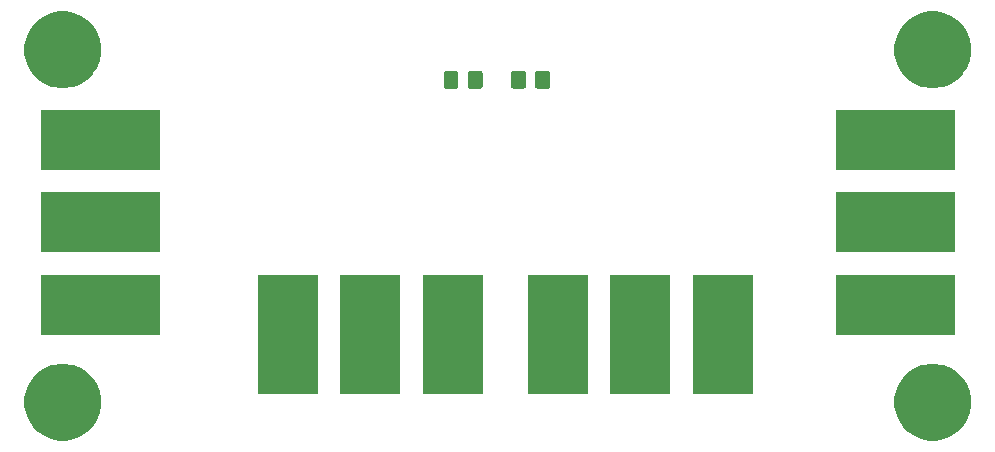
<source format=gbr>
G04 #@! TF.GenerationSoftware,KiCad,Pcbnew,(5.1.0-0)*
G04 #@! TF.CreationDate,2019-10-20T20:04:01+02:00*
G04 #@! TF.ProjectId,fllor2,666c6c6f-7232-42e6-9b69-6361645f7063,rev?*
G04 #@! TF.SameCoordinates,Original*
G04 #@! TF.FileFunction,Soldermask,Top*
G04 #@! TF.FilePolarity,Negative*
%FSLAX46Y46*%
G04 Gerber Fmt 4.6, Leading zero omitted, Abs format (unit mm)*
G04 Created by KiCad (PCBNEW (5.1.0-0)) date 2019-10-20 20:04:01*
%MOMM*%
%LPD*%
G04 APERTURE LIST*
%ADD10C,0.100000*%
G04 APERTURE END LIST*
D10*
G36*
X212089239Y-20941467D02*
G01*
X212403282Y-21003934D01*
X212994926Y-21249001D01*
X213527392Y-21604784D01*
X213980216Y-22057608D01*
X214335999Y-22590074D01*
X214581066Y-23181718D01*
X214706000Y-23809804D01*
X214706000Y-24450196D01*
X214581066Y-25078282D01*
X214335999Y-25669926D01*
X213980216Y-26202392D01*
X213527392Y-26655216D01*
X212994926Y-27010999D01*
X212403282Y-27256066D01*
X212089239Y-27318533D01*
X211775197Y-27381000D01*
X211134803Y-27381000D01*
X210820761Y-27318533D01*
X210506718Y-27256066D01*
X209915074Y-27010999D01*
X209382608Y-26655216D01*
X208929784Y-26202392D01*
X208574001Y-25669926D01*
X208328934Y-25078282D01*
X208204000Y-24450196D01*
X208204000Y-23809804D01*
X208328934Y-23181718D01*
X208574001Y-22590074D01*
X208929784Y-22057608D01*
X209382608Y-21604784D01*
X209915074Y-21249001D01*
X210506718Y-21003934D01*
X210820761Y-20941467D01*
X211134803Y-20879000D01*
X211775197Y-20879000D01*
X212089239Y-20941467D01*
X212089239Y-20941467D01*
G37*
G36*
X138429239Y-20941467D02*
G01*
X138743282Y-21003934D01*
X139334926Y-21249001D01*
X139867392Y-21604784D01*
X140320216Y-22057608D01*
X140675999Y-22590074D01*
X140921066Y-23181718D01*
X141046000Y-23809804D01*
X141046000Y-24450196D01*
X140921066Y-25078282D01*
X140675999Y-25669926D01*
X140320216Y-26202392D01*
X139867392Y-26655216D01*
X139334926Y-27010999D01*
X138743282Y-27256066D01*
X138429239Y-27318533D01*
X138115197Y-27381000D01*
X137474803Y-27381000D01*
X137160761Y-27318533D01*
X136846718Y-27256066D01*
X136255074Y-27010999D01*
X135722608Y-26655216D01*
X135269784Y-26202392D01*
X134914001Y-25669926D01*
X134668934Y-25078282D01*
X134544000Y-24450196D01*
X134544000Y-23809804D01*
X134668934Y-23181718D01*
X134914001Y-22590074D01*
X135269784Y-22057608D01*
X135722608Y-21604784D01*
X136255074Y-21249001D01*
X136846718Y-21003934D01*
X137160761Y-20941467D01*
X137474803Y-20879000D01*
X138115197Y-20879000D01*
X138429239Y-20941467D01*
X138429239Y-20941467D01*
G37*
G36*
X182256000Y-23466000D02*
G01*
X177154000Y-23466000D01*
X177154000Y-13364000D01*
X182256000Y-13364000D01*
X182256000Y-23466000D01*
X182256000Y-23466000D01*
G37*
G36*
X173366000Y-23466000D02*
G01*
X168264000Y-23466000D01*
X168264000Y-13364000D01*
X173366000Y-13364000D01*
X173366000Y-23466000D01*
X173366000Y-23466000D01*
G37*
G36*
X166381000Y-23466000D02*
G01*
X161279000Y-23466000D01*
X161279000Y-13364000D01*
X166381000Y-13364000D01*
X166381000Y-23466000D01*
X166381000Y-23466000D01*
G37*
G36*
X159396000Y-23466000D02*
G01*
X154294000Y-23466000D01*
X154294000Y-13364000D01*
X159396000Y-13364000D01*
X159396000Y-23466000D01*
X159396000Y-23466000D01*
G37*
G36*
X189241000Y-23466000D02*
G01*
X184139000Y-23466000D01*
X184139000Y-13364000D01*
X189241000Y-13364000D01*
X189241000Y-23466000D01*
X189241000Y-23466000D01*
G37*
G36*
X196226000Y-23466000D02*
G01*
X191124000Y-23466000D01*
X191124000Y-13364000D01*
X196226000Y-13364000D01*
X196226000Y-23466000D01*
X196226000Y-23466000D01*
G37*
G36*
X213331000Y-18426000D02*
G01*
X203229000Y-18426000D01*
X203229000Y-13324000D01*
X213331000Y-13324000D01*
X213331000Y-18426000D01*
X213331000Y-18426000D01*
G37*
G36*
X146021000Y-18426000D02*
G01*
X135919000Y-18426000D01*
X135919000Y-13324000D01*
X146021000Y-13324000D01*
X146021000Y-18426000D01*
X146021000Y-18426000D01*
G37*
G36*
X213331000Y-11441000D02*
G01*
X203229000Y-11441000D01*
X203229000Y-6339000D01*
X213331000Y-6339000D01*
X213331000Y-11441000D01*
X213331000Y-11441000D01*
G37*
G36*
X146021000Y-11441000D02*
G01*
X135919000Y-11441000D01*
X135919000Y-6339000D01*
X146021000Y-6339000D01*
X146021000Y-11441000D01*
X146021000Y-11441000D01*
G37*
G36*
X213331000Y-4456000D02*
G01*
X203229000Y-4456000D01*
X203229000Y646000D01*
X213331000Y646000D01*
X213331000Y-4456000D01*
X213331000Y-4456000D01*
G37*
G36*
X146021000Y-4456000D02*
G01*
X135919000Y-4456000D01*
X135919000Y646000D01*
X146021000Y646000D01*
X146021000Y-4456000D01*
X146021000Y-4456000D01*
G37*
G36*
X173183674Y3921535D02*
G01*
X173221367Y3910101D01*
X173256103Y3891534D01*
X173286548Y3866548D01*
X173311534Y3836103D01*
X173330101Y3801367D01*
X173341535Y3763674D01*
X173346000Y3718339D01*
X173346000Y2631661D01*
X173341535Y2586326D01*
X173330101Y2548633D01*
X173311534Y2513897D01*
X173286548Y2483452D01*
X173256103Y2458466D01*
X173221367Y2439899D01*
X173183674Y2428465D01*
X173138339Y2424000D01*
X172301661Y2424000D01*
X172256326Y2428465D01*
X172218633Y2439899D01*
X172183897Y2458466D01*
X172153452Y2483452D01*
X172128466Y2513897D01*
X172109899Y2548633D01*
X172098465Y2586326D01*
X172094000Y2631661D01*
X172094000Y3718339D01*
X172098465Y3763674D01*
X172109899Y3801367D01*
X172128466Y3836103D01*
X172153452Y3866548D01*
X172183897Y3891534D01*
X172218633Y3910101D01*
X172256326Y3921535D01*
X172301661Y3926000D01*
X173138339Y3926000D01*
X173183674Y3921535D01*
X173183674Y3921535D01*
G37*
G36*
X171133674Y3921535D02*
G01*
X171171367Y3910101D01*
X171206103Y3891534D01*
X171236548Y3866548D01*
X171261534Y3836103D01*
X171280101Y3801367D01*
X171291535Y3763674D01*
X171296000Y3718339D01*
X171296000Y2631661D01*
X171291535Y2586326D01*
X171280101Y2548633D01*
X171261534Y2513897D01*
X171236548Y2483452D01*
X171206103Y2458466D01*
X171171367Y2439899D01*
X171133674Y2428465D01*
X171088339Y2424000D01*
X170251661Y2424000D01*
X170206326Y2428465D01*
X170168633Y2439899D01*
X170133897Y2458466D01*
X170103452Y2483452D01*
X170078466Y2513897D01*
X170059899Y2548633D01*
X170048465Y2586326D01*
X170044000Y2631661D01*
X170044000Y3718339D01*
X170048465Y3763674D01*
X170059899Y3801367D01*
X170078466Y3836103D01*
X170103452Y3866548D01*
X170133897Y3891534D01*
X170168633Y3910101D01*
X170206326Y3921535D01*
X170251661Y3926000D01*
X171088339Y3926000D01*
X171133674Y3921535D01*
X171133674Y3921535D01*
G37*
G36*
X178898674Y3921535D02*
G01*
X178936367Y3910101D01*
X178971103Y3891534D01*
X179001548Y3866548D01*
X179026534Y3836103D01*
X179045101Y3801367D01*
X179056535Y3763674D01*
X179061000Y3718339D01*
X179061000Y2631661D01*
X179056535Y2586326D01*
X179045101Y2548633D01*
X179026534Y2513897D01*
X179001548Y2483452D01*
X178971103Y2458466D01*
X178936367Y2439899D01*
X178898674Y2428465D01*
X178853339Y2424000D01*
X178016661Y2424000D01*
X177971326Y2428465D01*
X177933633Y2439899D01*
X177898897Y2458466D01*
X177868452Y2483452D01*
X177843466Y2513897D01*
X177824899Y2548633D01*
X177813465Y2586326D01*
X177809000Y2631661D01*
X177809000Y3718339D01*
X177813465Y3763674D01*
X177824899Y3801367D01*
X177843466Y3836103D01*
X177868452Y3866548D01*
X177898897Y3891534D01*
X177933633Y3910101D01*
X177971326Y3921535D01*
X178016661Y3926000D01*
X178853339Y3926000D01*
X178898674Y3921535D01*
X178898674Y3921535D01*
G37*
G36*
X176848674Y3921535D02*
G01*
X176886367Y3910101D01*
X176921103Y3891534D01*
X176951548Y3866548D01*
X176976534Y3836103D01*
X176995101Y3801367D01*
X177006535Y3763674D01*
X177011000Y3718339D01*
X177011000Y2631661D01*
X177006535Y2586326D01*
X176995101Y2548633D01*
X176976534Y2513897D01*
X176951548Y2483452D01*
X176921103Y2458466D01*
X176886367Y2439899D01*
X176848674Y2428465D01*
X176803339Y2424000D01*
X175966661Y2424000D01*
X175921326Y2428465D01*
X175883633Y2439899D01*
X175848897Y2458466D01*
X175818452Y2483452D01*
X175793466Y2513897D01*
X175774899Y2548633D01*
X175763465Y2586326D01*
X175759000Y2631661D01*
X175759000Y3718339D01*
X175763465Y3763674D01*
X175774899Y3801367D01*
X175793466Y3836103D01*
X175818452Y3866548D01*
X175848897Y3891534D01*
X175883633Y3910101D01*
X175921326Y3921535D01*
X175966661Y3926000D01*
X176803339Y3926000D01*
X176848674Y3921535D01*
X176848674Y3921535D01*
G37*
G36*
X138429239Y8903533D02*
G01*
X138743282Y8841066D01*
X139334926Y8595999D01*
X139867392Y8240216D01*
X140320216Y7787392D01*
X140675999Y7254926D01*
X140921066Y6663282D01*
X141046000Y6035196D01*
X141046000Y5394804D01*
X140921066Y4766718D01*
X140675999Y4175074D01*
X140401110Y3763674D01*
X140327713Y3653827D01*
X140320216Y3642608D01*
X139867392Y3189784D01*
X139334926Y2834001D01*
X138743282Y2588934D01*
X138429239Y2526467D01*
X138115197Y2464000D01*
X137474803Y2464000D01*
X137160761Y2526467D01*
X136846718Y2588934D01*
X136255074Y2834001D01*
X135722608Y3189784D01*
X135269784Y3642608D01*
X135262288Y3653827D01*
X135188890Y3763674D01*
X134914001Y4175074D01*
X134668934Y4766718D01*
X134544000Y5394804D01*
X134544000Y6035196D01*
X134668934Y6663282D01*
X134914001Y7254926D01*
X135269784Y7787392D01*
X135722608Y8240216D01*
X136255074Y8595999D01*
X136846718Y8841066D01*
X137160761Y8903533D01*
X137474803Y8966000D01*
X138115197Y8966000D01*
X138429239Y8903533D01*
X138429239Y8903533D01*
G37*
G36*
X212089239Y8903533D02*
G01*
X212403282Y8841066D01*
X212994926Y8595999D01*
X213527392Y8240216D01*
X213980216Y7787392D01*
X214335999Y7254926D01*
X214581066Y6663282D01*
X214706000Y6035196D01*
X214706000Y5394804D01*
X214581066Y4766718D01*
X214335999Y4175074D01*
X214061110Y3763674D01*
X213987713Y3653827D01*
X213980216Y3642608D01*
X213527392Y3189784D01*
X212994926Y2834001D01*
X212403282Y2588934D01*
X212089239Y2526467D01*
X211775197Y2464000D01*
X211134803Y2464000D01*
X210820761Y2526467D01*
X210506718Y2588934D01*
X209915074Y2834001D01*
X209382608Y3189784D01*
X208929784Y3642608D01*
X208922288Y3653827D01*
X208848890Y3763674D01*
X208574001Y4175074D01*
X208328934Y4766718D01*
X208204000Y5394804D01*
X208204000Y6035196D01*
X208328934Y6663282D01*
X208574001Y7254926D01*
X208929784Y7787392D01*
X209382608Y8240216D01*
X209915074Y8595999D01*
X210506718Y8841066D01*
X210820761Y8903533D01*
X211134803Y8966000D01*
X211775197Y8966000D01*
X212089239Y8903533D01*
X212089239Y8903533D01*
G37*
M02*

</source>
